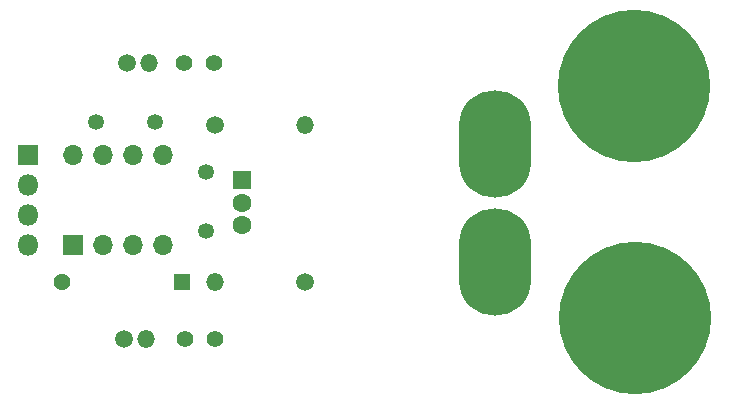
<source format=gbr>
%TF.GenerationSoftware,KiCad,Pcbnew,5.1.6+dfsg1-1*%
%TF.CreationDate,2021-01-11T22:17:59-08:00*%
%TF.ProjectId,high-current-sense-relay,68696768-2d63-4757-9272-656e742d7365,rev?*%
%TF.SameCoordinates,Original*%
%TF.FileFunction,Soldermask,Bot*%
%TF.FilePolarity,Negative*%
%FSLAX46Y46*%
G04 Gerber Fmt 4.6, Leading zero omitted, Abs format (unit mm)*
G04 Created by KiCad (PCBNEW 5.1.6+dfsg1-1) date 2021-01-11 22:17:59*
%MOMM*%
%LPD*%
G01*
G04 APERTURE LIST*
%ADD10C,12.900000*%
%ADD11C,1.000000*%
%ADD12C,1.350000*%
%ADD13O,1.500000X1.500000*%
%ADD14C,1.500000*%
%ADD15C,1.433500*%
%ADD16R,1.433500X1.433500*%
%ADD17C,1.400000*%
%ADD18R,1.800000X1.800000*%
%ADD19O,1.800000X1.800000*%
%ADD20R,1.700000X1.700000*%
%ADD21O,1.700000X1.700000*%
%ADD22C,0.900000*%
%ADD23C,1.600000*%
%ADD24R,1.600000X1.600000*%
%ADD25O,6.100000X9.100000*%
%ADD26O,6.100001X9.100000*%
G04 APERTURE END LIST*
D10*
%TO.C,J1*%
X155829000Y-43434000D03*
D11*
X151029000Y-43434000D03*
X152434887Y-40039887D03*
X155829000Y-38634000D03*
X159223113Y-40039887D03*
X160629000Y-43434000D03*
X159223113Y-46828113D03*
X155829000Y-48234000D03*
X152434887Y-46828113D03*
%TD*%
D10*
%TO.C,J2*%
X155702000Y-23749000D03*
D11*
X150902000Y-23749000D03*
X152307887Y-20354887D03*
X155702000Y-18949000D03*
X159096113Y-20354887D03*
X160502000Y-23749000D03*
X159096113Y-27143113D03*
X155702000Y-28549000D03*
X152307887Y-27143113D03*
%TD*%
D12*
%TO.C,C2*%
X119507000Y-31028000D03*
X119507000Y-36028000D03*
%TD*%
D13*
%TO.C,R2*%
X127889000Y-27051000D03*
D14*
X120269000Y-27051000D03*
%TD*%
D13*
%TO.C,R1*%
X120269000Y-40386000D03*
D14*
X127889000Y-40386000D03*
%TD*%
D12*
%TO.C,C1*%
X110149000Y-26797000D03*
X115149000Y-26797000D03*
%TD*%
D15*
%TO.C,D1*%
X107315000Y-40386000D03*
D16*
X117475000Y-40386000D03*
%TD*%
D17*
%TO.C,D2*%
X117729000Y-45212000D03*
X120269000Y-45212000D03*
%TD*%
%TO.C,D3*%
X120142000Y-21844000D03*
X117602000Y-21844000D03*
%TD*%
D18*
%TO.C,J3*%
X104394000Y-29591000D03*
D19*
X104394000Y-32131000D03*
X104394000Y-34671000D03*
X104394000Y-37211000D03*
%TD*%
D14*
%TO.C,R3*%
X112522000Y-45212000D03*
D13*
X114422000Y-45212000D03*
%TD*%
%TO.C,R4*%
X114676000Y-21844000D03*
D14*
X112776000Y-21844000D03*
%TD*%
D20*
%TO.C,U1*%
X108204000Y-37211000D03*
D21*
X115824000Y-29591000D03*
X110744000Y-37211000D03*
X113284000Y-29591000D03*
X113284000Y-37211000D03*
X110744000Y-29591000D03*
X115824000Y-37211000D03*
X108204000Y-29591000D03*
%TD*%
D22*
%TO.C,U3*%
X143325000Y-42610000D03*
X146005000Y-36660000D03*
X146005000Y-37990000D03*
X146005000Y-39330000D03*
X146005000Y-40660000D03*
X141905000Y-36660000D03*
X141905000Y-37990000D03*
X141905000Y-39330000D03*
X141905000Y-40660000D03*
X144585000Y-42610000D03*
X145615000Y-41860000D03*
X142295000Y-41860000D03*
G36*
G01*
X144177161Y-34519822D02*
X144177161Y-34519822D01*
G75*
G02*
X144775178Y-34302161I407839J-190178D01*
G01*
X144775178Y-34302161D01*
G75*
G02*
X144992839Y-34900178I-190178J-407839D01*
G01*
X144992839Y-34900178D01*
G75*
G02*
X144394822Y-35117839I-407839J190178D01*
G01*
X144394822Y-35117839D01*
G75*
G02*
X144177161Y-34519822I190178J407839D01*
G01*
G37*
G36*
G01*
X143732839Y-34519822D02*
X143732839Y-34519822D01*
G75*
G02*
X143515178Y-35117839I-407839J-190178D01*
G01*
X143515178Y-35117839D01*
G75*
G02*
X142917161Y-34900178I-190178J407839D01*
G01*
X142917161Y-34900178D01*
G75*
G02*
X143134822Y-34302161I407839J190178D01*
G01*
X143134822Y-34302161D01*
G75*
G02*
X143732839Y-34519822I190178J-407839D01*
G01*
G37*
X145615000Y-35460000D03*
X142295000Y-35460000D03*
X146005000Y-30660000D03*
X146005000Y-26660000D03*
X146005000Y-27990000D03*
X146005000Y-29330000D03*
X141905000Y-26660000D03*
X141905000Y-30660000D03*
X141905000Y-27990000D03*
X141905000Y-29330000D03*
X145615000Y-25460000D03*
X142295000Y-25460000D03*
X143325000Y-24710000D03*
X144585000Y-24710000D03*
X145615000Y-31860000D03*
X142295000Y-31860000D03*
G36*
G01*
X142917161Y-32419822D02*
X142917161Y-32419822D01*
G75*
G02*
X143515178Y-32202161I407839J-190178D01*
G01*
X143515178Y-32202161D01*
G75*
G02*
X143732839Y-32800178I-190178J-407839D01*
G01*
X143732839Y-32800178D01*
G75*
G02*
X143134822Y-33017839I-407839J190178D01*
G01*
X143134822Y-33017839D01*
G75*
G02*
X142917161Y-32419822I190178J407839D01*
G01*
G37*
G36*
G01*
X144992839Y-32419822D02*
X144992839Y-32419822D01*
G75*
G02*
X144775178Y-33017839I-407839J-190178D01*
G01*
X144775178Y-33017839D01*
G75*
G02*
X144177161Y-32800178I-190178J407839D01*
G01*
X144177161Y-32800178D01*
G75*
G02*
X144394822Y-32202161I407839J190178D01*
G01*
X144394822Y-32202161D01*
G75*
G02*
X144992839Y-32419822I190178J-407839D01*
G01*
G37*
D23*
X122555000Y-33660000D03*
X122555000Y-35570000D03*
D24*
X122555000Y-31750000D03*
D25*
X143955000Y-38660000D03*
D26*
X143955000Y-28660000D03*
%TD*%
M02*

</source>
